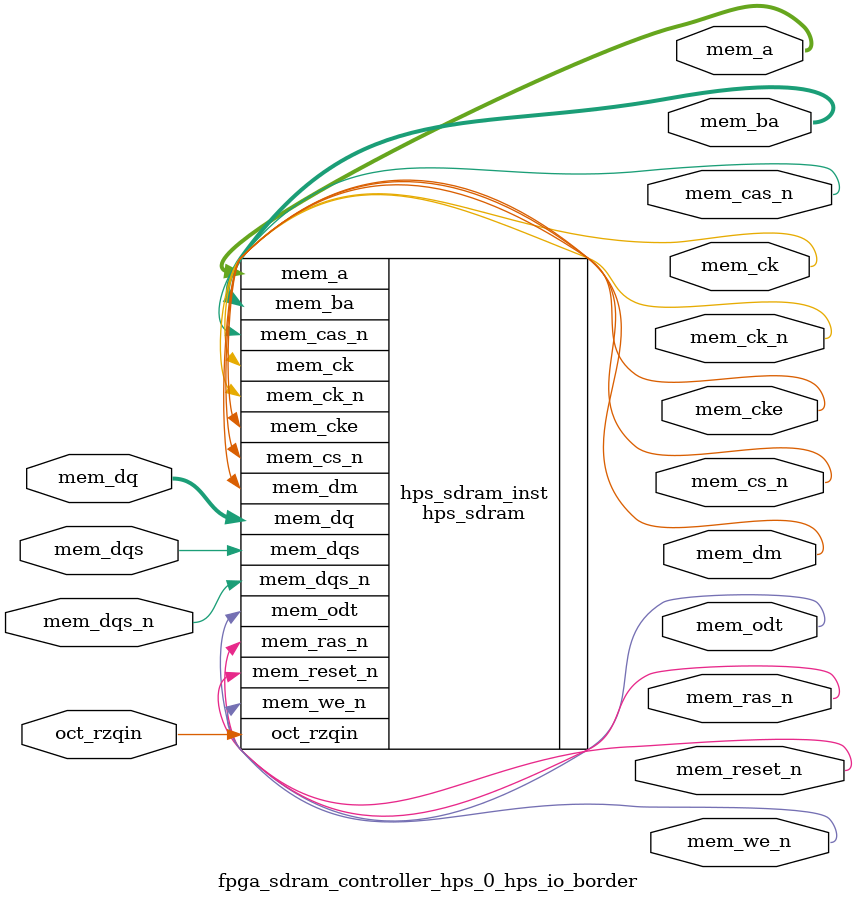
<source format=sv>


module fpga_sdram_controller_hps_0_hps_io_border(
// memory
  output wire [13 - 1 : 0 ] mem_a
 ,output wire [3 - 1 : 0 ] mem_ba
 ,output wire [1 - 1 : 0 ] mem_ck
 ,output wire [1 - 1 : 0 ] mem_ck_n
 ,output wire [1 - 1 : 0 ] mem_cke
 ,output wire [1 - 1 : 0 ] mem_cs_n
 ,output wire [1 - 1 : 0 ] mem_ras_n
 ,output wire [1 - 1 : 0 ] mem_cas_n
 ,output wire [1 - 1 : 0 ] mem_we_n
 ,output wire [1 - 1 : 0 ] mem_reset_n
 ,inout wire [8 - 1 : 0 ] mem_dq
 ,inout wire [1 - 1 : 0 ] mem_dqs
 ,inout wire [1 - 1 : 0 ] mem_dqs_n
 ,output wire [1 - 1 : 0 ] mem_odt
 ,output wire [1 - 1 : 0 ] mem_dm
 ,input wire [1 - 1 : 0 ] oct_rzqin
);


hps_sdram hps_sdram_inst(
 .mem_dq({
    mem_dq[7:0] // 7:0
  })
,.mem_odt({
    mem_odt[0:0] // 0:0
  })
,.mem_ras_n({
    mem_ras_n[0:0] // 0:0
  })
,.mem_dqs_n({
    mem_dqs_n[0:0] // 0:0
  })
,.mem_dqs({
    mem_dqs[0:0] // 0:0
  })
,.mem_dm({
    mem_dm[0:0] // 0:0
  })
,.mem_we_n({
    mem_we_n[0:0] // 0:0
  })
,.mem_cas_n({
    mem_cas_n[0:0] // 0:0
  })
,.mem_ba({
    mem_ba[2:0] // 2:0
  })
,.mem_a({
    mem_a[12:0] // 12:0
  })
,.mem_cs_n({
    mem_cs_n[0:0] // 0:0
  })
,.mem_ck({
    mem_ck[0:0] // 0:0
  })
,.mem_cke({
    mem_cke[0:0] // 0:0
  })
,.oct_rzqin({
    oct_rzqin[0:0] // 0:0
  })
,.mem_reset_n({
    mem_reset_n[0:0] // 0:0
  })
,.mem_ck_n({
    mem_ck_n[0:0] // 0:0
  })
);

endmodule


</source>
